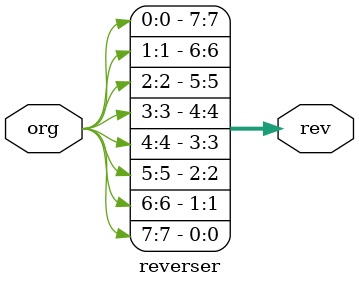
<source format=sv>
`timescale 1ns / 1ps


module reverser #
(parameter N = 3) 
(
    input logic [2**N-1:0] org,
    output logic [2**N-1:0] rev
);

    genvar i;
    generate
        for (i = 0; i < 2**N; i++)
            begin 
            assign rev[i] = org[2**N-1-i]; //goes in order putting msb to lsb until i> 2^N
            end
    endgenerate

endmodule


</source>
